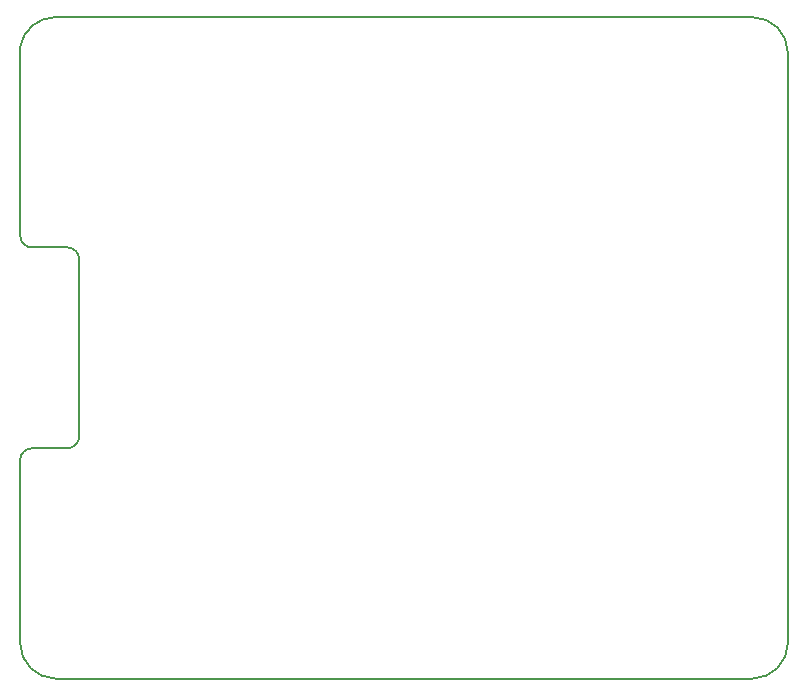
<source format=gm1>
G04 #@! TF.GenerationSoftware,KiCad,Pcbnew,6.0.7+dfsg-1+b1*
G04 #@! TF.CreationDate,2022-09-08T18:59:39+01:00*
G04 #@! TF.ProjectId,owl-driver-board,6f776c2d-6472-4697-9665-722d626f6172,rev?*
G04 #@! TF.SameCoordinates,Original*
G04 #@! TF.FileFunction,Profile,NP*
%FSLAX46Y46*%
G04 Gerber Fmt 4.6, Leading zero omitted, Abs format (unit mm)*
G04 Created by KiCad (PCBNEW 6.0.7+dfsg-1+b1) date 2022-09-08 18:59:39*
%MOMM*%
%LPD*%
G01*
G04 APERTURE LIST*
G04 #@! TA.AperFunction,Profile*
%ADD10C,0.150000*%
G04 #@! TD*
G04 APERTURE END LIST*
D10*
X0Y-53500000D02*
G75*
G03*
X3000000Y-56500000I3000000J0D01*
G01*
X62000000Y-56500000D02*
G75*
G03*
X65000000Y-53500000I0J3000000D01*
G01*
X0Y-19000000D02*
G75*
G03*
X1000000Y-20000000I1000000J0D01*
G01*
X5000000Y-21000000D02*
G75*
G03*
X4000000Y-20000000I-1000000J0D01*
G01*
X4000000Y-37000000D02*
G75*
G03*
X5000000Y-36000000I0J1000000D01*
G01*
X1000000Y-37000000D02*
G75*
G03*
X0Y-38000000I0J-1000000D01*
G01*
X3000000Y-500000D02*
G75*
G03*
X0Y-3000000I0J-3050000D01*
G01*
X3000000Y-500000D02*
X62000000Y-500000D01*
X65000000Y-3500000D02*
G75*
G03*
X62000000Y-500000I-3000000J0D01*
G01*
X65000000Y-3500000D02*
X65000000Y-53500000D01*
X3000000Y-56500000D02*
X62000000Y-56500000D01*
X1000000Y-37000000D02*
X4000000Y-37000000D01*
X0Y-3000000D02*
X0Y-19000000D01*
X5000000Y-21000000D02*
X5000000Y-36000000D01*
X0Y-38000000D02*
X0Y-53500000D01*
X1000000Y-20000000D02*
X4000000Y-20000000D01*
M02*

</source>
